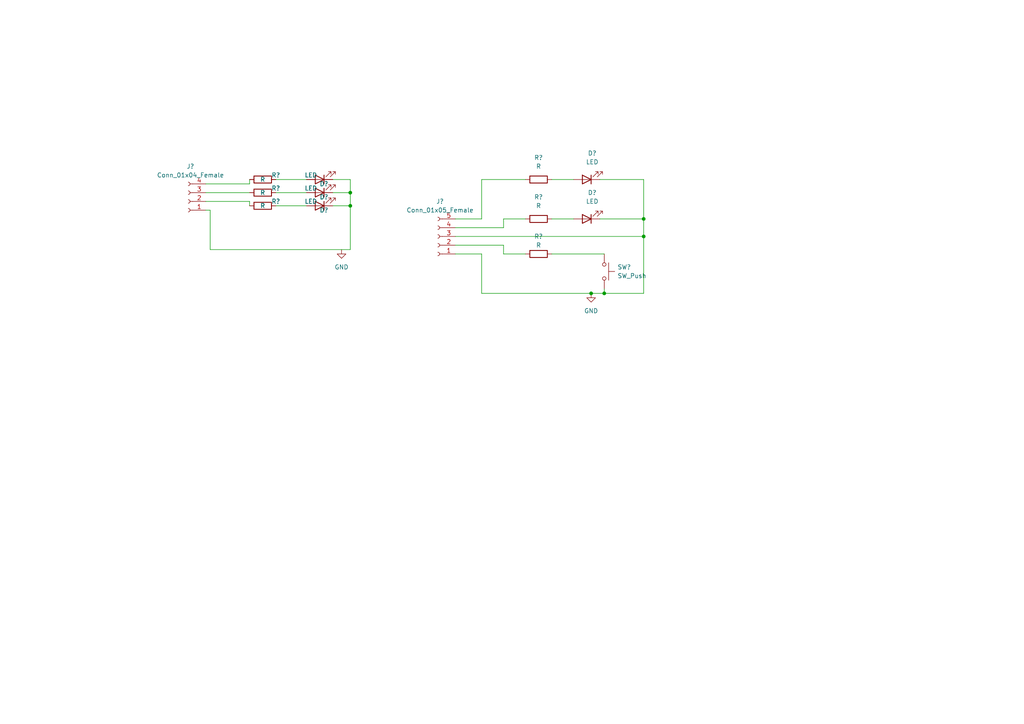
<source format=kicad_sch>
(kicad_sch (version 20211123) (generator eeschema)

  (uuid eb667eea-300e-4ca7-8a6f-4b00de80cd45)

  (paper "A4")

  (lib_symbols
    (symbol "Connector:Conn_01x04_Female" (pin_names (offset 1.016) hide) (in_bom yes) (on_board yes)
      (property "Reference" "J" (id 0) (at 0 5.08 0)
        (effects (font (size 1.27 1.27)))
      )
      (property "Value" "Conn_01x04_Female" (id 1) (at 0 -7.62 0)
        (effects (font (size 1.27 1.27)))
      )
      (property "Footprint" "" (id 2) (at 0 0 0)
        (effects (font (size 1.27 1.27)) hide)
      )
      (property "Datasheet" "~" (id 3) (at 0 0 0)
        (effects (font (size 1.27 1.27)) hide)
      )
      (property "ki_keywords" "connector" (id 4) (at 0 0 0)
        (effects (font (size 1.27 1.27)) hide)
      )
      (property "ki_description" "Generic connector, single row, 01x04, script generated (kicad-library-utils/schlib/autogen/connector/)" (id 5) (at 0 0 0)
        (effects (font (size 1.27 1.27)) hide)
      )
      (property "ki_fp_filters" "Connector*:*_1x??_*" (id 6) (at 0 0 0)
        (effects (font (size 1.27 1.27)) hide)
      )
      (symbol "Conn_01x04_Female_1_1"
        (arc (start 0 -4.572) (mid -0.508 -5.08) (end 0 -5.588)
          (stroke (width 0.1524) (type default) (color 0 0 0 0))
          (fill (type none))
        )
        (arc (start 0 -2.032) (mid -0.508 -2.54) (end 0 -3.048)
          (stroke (width 0.1524) (type default) (color 0 0 0 0))
          (fill (type none))
        )
        (polyline
          (pts
            (xy -1.27 -5.08)
            (xy -0.508 -5.08)
          )
          (stroke (width 0.1524) (type default) (color 0 0 0 0))
          (fill (type none))
        )
        (polyline
          (pts
            (xy -1.27 -2.54)
            (xy -0.508 -2.54)
          )
          (stroke (width 0.1524) (type default) (color 0 0 0 0))
          (fill (type none))
        )
        (polyline
          (pts
            (xy -1.27 0)
            (xy -0.508 0)
          )
          (stroke (width 0.1524) (type default) (color 0 0 0 0))
          (fill (type none))
        )
        (polyline
          (pts
            (xy -1.27 2.54)
            (xy -0.508 2.54)
          )
          (stroke (width 0.1524) (type default) (color 0 0 0 0))
          (fill (type none))
        )
        (arc (start 0 0.508) (mid -0.508 0) (end 0 -0.508)
          (stroke (width 0.1524) (type default) (color 0 0 0 0))
          (fill (type none))
        )
        (arc (start 0 3.048) (mid -0.508 2.54) (end 0 2.032)
          (stroke (width 0.1524) (type default) (color 0 0 0 0))
          (fill (type none))
        )
        (pin passive line (at -5.08 2.54 0) (length 3.81)
          (name "Pin_1" (effects (font (size 1.27 1.27))))
          (number "1" (effects (font (size 1.27 1.27))))
        )
        (pin passive line (at -5.08 0 0) (length 3.81)
          (name "Pin_2" (effects (font (size 1.27 1.27))))
          (number "2" (effects (font (size 1.27 1.27))))
        )
        (pin passive line (at -5.08 -2.54 0) (length 3.81)
          (name "Pin_3" (effects (font (size 1.27 1.27))))
          (number "3" (effects (font (size 1.27 1.27))))
        )
        (pin passive line (at -5.08 -5.08 0) (length 3.81)
          (name "Pin_4" (effects (font (size 1.27 1.27))))
          (number "4" (effects (font (size 1.27 1.27))))
        )
      )
    )
    (symbol "Connector:Conn_01x05_Female" (pin_names (offset 1.016) hide) (in_bom yes) (on_board yes)
      (property "Reference" "J" (id 0) (at 0 7.62 0)
        (effects (font (size 1.27 1.27)))
      )
      (property "Value" "Conn_01x05_Female" (id 1) (at 0 -7.62 0)
        (effects (font (size 1.27 1.27)))
      )
      (property "Footprint" "" (id 2) (at 0 0 0)
        (effects (font (size 1.27 1.27)) hide)
      )
      (property "Datasheet" "~" (id 3) (at 0 0 0)
        (effects (font (size 1.27 1.27)) hide)
      )
      (property "ki_keywords" "connector" (id 4) (at 0 0 0)
        (effects (font (size 1.27 1.27)) hide)
      )
      (property "ki_description" "Generic connector, single row, 01x05, script generated (kicad-library-utils/schlib/autogen/connector/)" (id 5) (at 0 0 0)
        (effects (font (size 1.27 1.27)) hide)
      )
      (property "ki_fp_filters" "Connector*:*_1x??_*" (id 6) (at 0 0 0)
        (effects (font (size 1.27 1.27)) hide)
      )
      (symbol "Conn_01x05_Female_1_1"
        (arc (start 0 -4.572) (mid -0.508 -5.08) (end 0 -5.588)
          (stroke (width 0.1524) (type default) (color 0 0 0 0))
          (fill (type none))
        )
        (arc (start 0 -2.032) (mid -0.508 -2.54) (end 0 -3.048)
          (stroke (width 0.1524) (type default) (color 0 0 0 0))
          (fill (type none))
        )
        (polyline
          (pts
            (xy -1.27 -5.08)
            (xy -0.508 -5.08)
          )
          (stroke (width 0.1524) (type default) (color 0 0 0 0))
          (fill (type none))
        )
        (polyline
          (pts
            (xy -1.27 -2.54)
            (xy -0.508 -2.54)
          )
          (stroke (width 0.1524) (type default) (color 0 0 0 0))
          (fill (type none))
        )
        (polyline
          (pts
            (xy -1.27 0)
            (xy -0.508 0)
          )
          (stroke (width 0.1524) (type default) (color 0 0 0 0))
          (fill (type none))
        )
        (polyline
          (pts
            (xy -1.27 2.54)
            (xy -0.508 2.54)
          )
          (stroke (width 0.1524) (type default) (color 0 0 0 0))
          (fill (type none))
        )
        (polyline
          (pts
            (xy -1.27 5.08)
            (xy -0.508 5.08)
          )
          (stroke (width 0.1524) (type default) (color 0 0 0 0))
          (fill (type none))
        )
        (arc (start 0 0.508) (mid -0.508 0) (end 0 -0.508)
          (stroke (width 0.1524) (type default) (color 0 0 0 0))
          (fill (type none))
        )
        (arc (start 0 3.048) (mid -0.508 2.54) (end 0 2.032)
          (stroke (width 0.1524) (type default) (color 0 0 0 0))
          (fill (type none))
        )
        (arc (start 0 5.588) (mid -0.508 5.08) (end 0 4.572)
          (stroke (width 0.1524) (type default) (color 0 0 0 0))
          (fill (type none))
        )
        (pin passive line (at -5.08 5.08 0) (length 3.81)
          (name "Pin_1" (effects (font (size 1.27 1.27))))
          (number "1" (effects (font (size 1.27 1.27))))
        )
        (pin passive line (at -5.08 2.54 0) (length 3.81)
          (name "Pin_2" (effects (font (size 1.27 1.27))))
          (number "2" (effects (font (size 1.27 1.27))))
        )
        (pin passive line (at -5.08 0 0) (length 3.81)
          (name "Pin_3" (effects (font (size 1.27 1.27))))
          (number "3" (effects (font (size 1.27 1.27))))
        )
        (pin passive line (at -5.08 -2.54 0) (length 3.81)
          (name "Pin_4" (effects (font (size 1.27 1.27))))
          (number "4" (effects (font (size 1.27 1.27))))
        )
        (pin passive line (at -5.08 -5.08 0) (length 3.81)
          (name "Pin_5" (effects (font (size 1.27 1.27))))
          (number "5" (effects (font (size 1.27 1.27))))
        )
      )
    )
    (symbol "Device:LED" (pin_numbers hide) (pin_names (offset 1.016) hide) (in_bom yes) (on_board yes)
      (property "Reference" "D" (id 0) (at 0 2.54 0)
        (effects (font (size 1.27 1.27)))
      )
      (property "Value" "LED" (id 1) (at 0 -2.54 0)
        (effects (font (size 1.27 1.27)))
      )
      (property "Footprint" "" (id 2) (at 0 0 0)
        (effects (font (size 1.27 1.27)) hide)
      )
      (property "Datasheet" "~" (id 3) (at 0 0 0)
        (effects (font (size 1.27 1.27)) hide)
      )
      (property "ki_keywords" "LED diode" (id 4) (at 0 0 0)
        (effects (font (size 1.27 1.27)) hide)
      )
      (property "ki_description" "Light emitting diode" (id 5) (at 0 0 0)
        (effects (font (size 1.27 1.27)) hide)
      )
      (property "ki_fp_filters" "LED* LED_SMD:* LED_THT:*" (id 6) (at 0 0 0)
        (effects (font (size 1.27 1.27)) hide)
      )
      (symbol "LED_0_1"
        (polyline
          (pts
            (xy -1.27 -1.27)
            (xy -1.27 1.27)
          )
          (stroke (width 0.254) (type default) (color 0 0 0 0))
          (fill (type none))
        )
        (polyline
          (pts
            (xy -1.27 0)
            (xy 1.27 0)
          )
          (stroke (width 0) (type default) (color 0 0 0 0))
          (fill (type none))
        )
        (polyline
          (pts
            (xy 1.27 -1.27)
            (xy 1.27 1.27)
            (xy -1.27 0)
            (xy 1.27 -1.27)
          )
          (stroke (width 0.254) (type default) (color 0 0 0 0))
          (fill (type none))
        )
        (polyline
          (pts
            (xy -3.048 -0.762)
            (xy -4.572 -2.286)
            (xy -3.81 -2.286)
            (xy -4.572 -2.286)
            (xy -4.572 -1.524)
          )
          (stroke (width 0) (type default) (color 0 0 0 0))
          (fill (type none))
        )
        (polyline
          (pts
            (xy -1.778 -0.762)
            (xy -3.302 -2.286)
            (xy -2.54 -2.286)
            (xy -3.302 -2.286)
            (xy -3.302 -1.524)
          )
          (stroke (width 0) (type default) (color 0 0 0 0))
          (fill (type none))
        )
      )
      (symbol "LED_1_1"
        (pin passive line (at -3.81 0 0) (length 2.54)
          (name "K" (effects (font (size 1.27 1.27))))
          (number "1" (effects (font (size 1.27 1.27))))
        )
        (pin passive line (at 3.81 0 180) (length 2.54)
          (name "A" (effects (font (size 1.27 1.27))))
          (number "2" (effects (font (size 1.27 1.27))))
        )
      )
    )
    (symbol "Device:R" (pin_numbers hide) (pin_names (offset 0)) (in_bom yes) (on_board yes)
      (property "Reference" "R" (id 0) (at 2.032 0 90)
        (effects (font (size 1.27 1.27)))
      )
      (property "Value" "R" (id 1) (at 0 0 90)
        (effects (font (size 1.27 1.27)))
      )
      (property "Footprint" "" (id 2) (at -1.778 0 90)
        (effects (font (size 1.27 1.27)) hide)
      )
      (property "Datasheet" "~" (id 3) (at 0 0 0)
        (effects (font (size 1.27 1.27)) hide)
      )
      (property "ki_keywords" "R res resistor" (id 4) (at 0 0 0)
        (effects (font (size 1.27 1.27)) hide)
      )
      (property "ki_description" "Resistor" (id 5) (at 0 0 0)
        (effects (font (size 1.27 1.27)) hide)
      )
      (property "ki_fp_filters" "R_*" (id 6) (at 0 0 0)
        (effects (font (size 1.27 1.27)) hide)
      )
      (symbol "R_0_1"
        (rectangle (start -1.016 -2.54) (end 1.016 2.54)
          (stroke (width 0.254) (type default) (color 0 0 0 0))
          (fill (type none))
        )
      )
      (symbol "R_1_1"
        (pin passive line (at 0 3.81 270) (length 1.27)
          (name "~" (effects (font (size 1.27 1.27))))
          (number "1" (effects (font (size 1.27 1.27))))
        )
        (pin passive line (at 0 -3.81 90) (length 1.27)
          (name "~" (effects (font (size 1.27 1.27))))
          (number "2" (effects (font (size 1.27 1.27))))
        )
      )
    )
    (symbol "Switch:SW_Push" (pin_numbers hide) (pin_names (offset 1.016) hide) (in_bom yes) (on_board yes)
      (property "Reference" "SW" (id 0) (at 1.27 2.54 0)
        (effects (font (size 1.27 1.27)) (justify left))
      )
      (property "Value" "SW_Push" (id 1) (at 0 -1.524 0)
        (effects (font (size 1.27 1.27)))
      )
      (property "Footprint" "" (id 2) (at 0 5.08 0)
        (effects (font (size 1.27 1.27)) hide)
      )
      (property "Datasheet" "~" (id 3) (at 0 5.08 0)
        (effects (font (size 1.27 1.27)) hide)
      )
      (property "ki_keywords" "switch normally-open pushbutton push-button" (id 4) (at 0 0 0)
        (effects (font (size 1.27 1.27)) hide)
      )
      (property "ki_description" "Push button switch, generic, two pins" (id 5) (at 0 0 0)
        (effects (font (size 1.27 1.27)) hide)
      )
      (symbol "SW_Push_0_1"
        (circle (center -2.032 0) (radius 0.508)
          (stroke (width 0) (type default) (color 0 0 0 0))
          (fill (type none))
        )
        (polyline
          (pts
            (xy 0 1.27)
            (xy 0 3.048)
          )
          (stroke (width 0) (type default) (color 0 0 0 0))
          (fill (type none))
        )
        (polyline
          (pts
            (xy 2.54 1.27)
            (xy -2.54 1.27)
          )
          (stroke (width 0) (type default) (color 0 0 0 0))
          (fill (type none))
        )
        (circle (center 2.032 0) (radius 0.508)
          (stroke (width 0) (type default) (color 0 0 0 0))
          (fill (type none))
        )
        (pin passive line (at -5.08 0 0) (length 2.54)
          (name "1" (effects (font (size 1.27 1.27))))
          (number "1" (effects (font (size 1.27 1.27))))
        )
        (pin passive line (at 5.08 0 180) (length 2.54)
          (name "2" (effects (font (size 1.27 1.27))))
          (number "2" (effects (font (size 1.27 1.27))))
        )
      )
    )
    (symbol "power:GND" (power) (pin_names (offset 0)) (in_bom yes) (on_board yes)
      (property "Reference" "#PWR" (id 0) (at 0 -6.35 0)
        (effects (font (size 1.27 1.27)) hide)
      )
      (property "Value" "GND" (id 1) (at 0 -3.81 0)
        (effects (font (size 1.27 1.27)))
      )
      (property "Footprint" "" (id 2) (at 0 0 0)
        (effects (font (size 1.27 1.27)) hide)
      )
      (property "Datasheet" "" (id 3) (at 0 0 0)
        (effects (font (size 1.27 1.27)) hide)
      )
      (property "ki_keywords" "power-flag" (id 4) (at 0 0 0)
        (effects (font (size 1.27 1.27)) hide)
      )
      (property "ki_description" "Power symbol creates a global label with name \"GND\" , ground" (id 5) (at 0 0 0)
        (effects (font (size 1.27 1.27)) hide)
      )
      (symbol "GND_0_1"
        (polyline
          (pts
            (xy 0 0)
            (xy 0 -1.27)
            (xy 1.27 -1.27)
            (xy 0 -2.54)
            (xy -1.27 -1.27)
            (xy 0 -1.27)
          )
          (stroke (width 0) (type default) (color 0 0 0 0))
          (fill (type none))
        )
      )
      (symbol "GND_1_1"
        (pin power_in line (at 0 0 270) (length 0) hide
          (name "GND" (effects (font (size 1.27 1.27))))
          (number "1" (effects (font (size 1.27 1.27))))
        )
      )
    )
  )

  (junction (at 186.69 63.5) (diameter 0) (color 0 0 0 0)
    (uuid 1d10d51b-5778-4d01-b497-7ae35c09aa2b)
  )
  (junction (at 186.69 68.58) (diameter 0) (color 0 0 0 0)
    (uuid 2aec56ab-1c72-40d8-ab0e-a2380c2f6c7a)
  )
  (junction (at 171.45 85.09) (diameter 0) (color 0 0 0 0)
    (uuid ae08a163-f8b1-46a1-9d8e-f8884598ef40)
  )
  (junction (at 175.26 85.09) (diameter 0) (color 0 0 0 0)
    (uuid ae49903a-9d6d-4bcf-8377-a0e3a858f417)
  )
  (junction (at 101.6 59.69) (diameter 0) (color 0 0 0 0)
    (uuid fce757f0-707e-4a92-9cdc-645159fe4b93)
  )
  (junction (at 101.6 55.88) (diameter 0) (color 0 0 0 0)
    (uuid fde97225-e327-4f0d-a0d0-ae491822da36)
  )

  (wire (pts (xy 146.05 71.12) (xy 132.08 71.12))
    (stroke (width 0) (type default) (color 0 0 0 0))
    (uuid 03a677f9-925d-4073-87c0-eb9cb9ff5848)
  )
  (wire (pts (xy 59.69 58.42) (xy 72.39 58.42))
    (stroke (width 0) (type default) (color 0 0 0 0))
    (uuid 05731090-92c1-41d9-8018-be9864f0ab9a)
  )
  (wire (pts (xy 152.4 73.66) (xy 146.05 73.66))
    (stroke (width 0) (type default) (color 0 0 0 0))
    (uuid 1359066b-d672-4219-a82f-e4337f2320b1)
  )
  (wire (pts (xy 139.7 52.07) (xy 152.4 52.07))
    (stroke (width 0) (type default) (color 0 0 0 0))
    (uuid 136447d1-66ad-424a-80a2-811ff769537b)
  )
  (wire (pts (xy 139.7 73.66) (xy 139.7 85.09))
    (stroke (width 0) (type default) (color 0 0 0 0))
    (uuid 16e43731-a084-4397-be4d-3924b9091d67)
  )
  (wire (pts (xy 80.01 59.69) (xy 88.9 59.69))
    (stroke (width 0) (type default) (color 0 0 0 0))
    (uuid 17e880b1-271c-4cec-8d9b-beeeb30a1b89)
  )
  (wire (pts (xy 59.69 53.34) (xy 72.39 53.34))
    (stroke (width 0) (type default) (color 0 0 0 0))
    (uuid 1d0106e4-93a0-484c-b492-7593dc9b77bd)
  )
  (wire (pts (xy 175.26 85.09) (xy 186.69 85.09))
    (stroke (width 0) (type default) (color 0 0 0 0))
    (uuid 33cb573f-6fab-4242-b353-bdb03e807471)
  )
  (wire (pts (xy 132.08 68.58) (xy 186.69 68.58))
    (stroke (width 0) (type default) (color 0 0 0 0))
    (uuid 3d6e0d4b-04ee-4a6d-acbf-5035627528c0)
  )
  (wire (pts (xy 160.02 63.5) (xy 166.37 63.5))
    (stroke (width 0) (type default) (color 0 0 0 0))
    (uuid 47291c9b-4566-4d60-8f07-1dcecbe69766)
  )
  (wire (pts (xy 80.01 55.88) (xy 88.9 55.88))
    (stroke (width 0) (type default) (color 0 0 0 0))
    (uuid 47b96755-77b4-4d1f-b7c7-e83301b841d7)
  )
  (wire (pts (xy 132.08 63.5) (xy 139.7 63.5))
    (stroke (width 0) (type default) (color 0 0 0 0))
    (uuid 4bc9af10-7410-4852-88e0-29f0f8e5a782)
  )
  (wire (pts (xy 186.69 52.07) (xy 186.69 63.5))
    (stroke (width 0) (type default) (color 0 0 0 0))
    (uuid 4fcde239-ce13-458e-ba77-64e46beec488)
  )
  (wire (pts (xy 171.45 85.09) (xy 175.26 85.09))
    (stroke (width 0) (type default) (color 0 0 0 0))
    (uuid 630da127-ef37-44ef-a4d1-57c9ac00ee94)
  )
  (wire (pts (xy 186.69 63.5) (xy 186.69 68.58))
    (stroke (width 0) (type default) (color 0 0 0 0))
    (uuid 63c3a1b9-d6dc-4d87-820f-b90561f1f3c1)
  )
  (wire (pts (xy 139.7 85.09) (xy 171.45 85.09))
    (stroke (width 0) (type default) (color 0 0 0 0))
    (uuid 69907e67-6106-4d3c-afdd-92924b7cb79d)
  )
  (wire (pts (xy 72.39 59.69) (xy 72.39 58.42))
    (stroke (width 0) (type default) (color 0 0 0 0))
    (uuid 6bf5f28b-59ba-4494-a030-be79a035c0e4)
  )
  (wire (pts (xy 146.05 73.66) (xy 146.05 71.12))
    (stroke (width 0) (type default) (color 0 0 0 0))
    (uuid 6e986778-1963-425f-b654-15e6a452d4c0)
  )
  (wire (pts (xy 173.99 63.5) (xy 186.69 63.5))
    (stroke (width 0) (type default) (color 0 0 0 0))
    (uuid 6fad7d3b-468a-48b9-b7ac-08e65c86a7ed)
  )
  (wire (pts (xy 101.6 72.39) (xy 60.96 72.39))
    (stroke (width 0) (type default) (color 0 0 0 0))
    (uuid 70650231-3657-458f-9f48-741b42421c7d)
  )
  (wire (pts (xy 160.02 52.07) (xy 166.37 52.07))
    (stroke (width 0) (type default) (color 0 0 0 0))
    (uuid 7162c8e3-8631-468a-ba3b-bb729a75def5)
  )
  (wire (pts (xy 173.99 52.07) (xy 186.69 52.07))
    (stroke (width 0) (type default) (color 0 0 0 0))
    (uuid 84d53a31-60b9-45b0-810f-f584c3df8e91)
  )
  (wire (pts (xy 175.26 83.82) (xy 175.26 85.09))
    (stroke (width 0) (type default) (color 0 0 0 0))
    (uuid 869ed46c-411f-4173-a307-93bad7951b22)
  )
  (wire (pts (xy 146.05 63.5) (xy 146.05 66.04))
    (stroke (width 0) (type default) (color 0 0 0 0))
    (uuid 8d481383-5d25-4ace-b676-d324f6d4dc46)
  )
  (wire (pts (xy 59.69 55.88) (xy 72.39 55.88))
    (stroke (width 0) (type default) (color 0 0 0 0))
    (uuid 8f0e955c-8ec0-431e-bdca-da5e3a34cd99)
  )
  (wire (pts (xy 72.39 53.34) (xy 72.39 52.07))
    (stroke (width 0) (type default) (color 0 0 0 0))
    (uuid 912a3b29-3615-485b-98ca-b5aa94a760f2)
  )
  (wire (pts (xy 146.05 66.04) (xy 132.08 66.04))
    (stroke (width 0) (type default) (color 0 0 0 0))
    (uuid 974acc20-2014-498e-9d41-c2393ec88c34)
  )
  (wire (pts (xy 96.52 52.07) (xy 101.6 52.07))
    (stroke (width 0) (type default) (color 0 0 0 0))
    (uuid 99259dcc-cbc7-402d-975a-bcb5d85ebd09)
  )
  (wire (pts (xy 80.01 52.07) (xy 88.9 52.07))
    (stroke (width 0) (type default) (color 0 0 0 0))
    (uuid a00f9e98-b300-4f39-b0dd-902486534d4e)
  )
  (wire (pts (xy 101.6 59.69) (xy 101.6 72.39))
    (stroke (width 0) (type default) (color 0 0 0 0))
    (uuid ab6ab0db-09cc-407d-956c-d4e570b717d6)
  )
  (wire (pts (xy 96.52 55.88) (xy 101.6 55.88))
    (stroke (width 0) (type default) (color 0 0 0 0))
    (uuid bd77f63c-15a3-475d-b4fb-e3bf49c605ab)
  )
  (wire (pts (xy 146.05 63.5) (xy 152.4 63.5))
    (stroke (width 0) (type default) (color 0 0 0 0))
    (uuid ccd6cf5b-1b7f-4eaf-b1ab-1d9908a503ef)
  )
  (wire (pts (xy 101.6 55.88) (xy 101.6 59.69))
    (stroke (width 0) (type default) (color 0 0 0 0))
    (uuid cf99f970-43e4-4767-a02a-b896d20db8c0)
  )
  (wire (pts (xy 160.02 73.66) (xy 175.26 73.66))
    (stroke (width 0) (type default) (color 0 0 0 0))
    (uuid cfa44890-796b-4931-94c5-292aa7bcf70e)
  )
  (wire (pts (xy 60.96 72.39) (xy 60.96 60.96))
    (stroke (width 0) (type default) (color 0 0 0 0))
    (uuid d42847ad-990a-4200-934d-4d556b925193)
  )
  (wire (pts (xy 139.7 52.07) (xy 139.7 63.5))
    (stroke (width 0) (type default) (color 0 0 0 0))
    (uuid d5331cc8-c2e3-490b-9695-bd5135d91a66)
  )
  (wire (pts (xy 96.52 59.69) (xy 101.6 59.69))
    (stroke (width 0) (type default) (color 0 0 0 0))
    (uuid dc55d78e-22c3-41d4-aaeb-836abebfb36e)
  )
  (wire (pts (xy 101.6 52.07) (xy 101.6 55.88))
    (stroke (width 0) (type default) (color 0 0 0 0))
    (uuid e96b56b6-e980-404e-904c-094b01fd6eef)
  )
  (wire (pts (xy 60.96 60.96) (xy 59.69 60.96))
    (stroke (width 0) (type default) (color 0 0 0 0))
    (uuid e99c2bb4-7a57-4e26-8d0c-400dab99a963)
  )
  (wire (pts (xy 186.69 68.58) (xy 186.69 85.09))
    (stroke (width 0) (type default) (color 0 0 0 0))
    (uuid ee9090a1-ec3a-4ad4-a83b-c5822b50e88a)
  )
  (wire (pts (xy 132.08 73.66) (xy 139.7 73.66))
    (stroke (width 0) (type default) (color 0 0 0 0))
    (uuid f0c4b84b-8188-4aee-9f93-abe56f389c3c)
  )

  (symbol (lib_id "Device:R") (at 76.2 59.69 90) (unit 1)
    (in_bom yes) (on_board yes)
    (uuid 019d3651-b04b-45d0-868f-186c00dc35e3)
    (property "Reference" "R?" (id 0) (at 80.01 58.42 90))
    (property "Value" "R" (id 1) (at 76.2 55.88 90))
    (property "Footprint" "Resistor_THT:R_Axial_DIN0309_L9.0mm_D3.2mm_P15.24mm_Horizontal" (id 2) (at 76.2 61.468 90)
      (effects (font (size 1.27 1.27)) hide)
    )
    (property "Datasheet" "~" (id 3) (at 76.2 59.69 0)
      (effects (font (size 1.27 1.27)) hide)
    )
    (pin "1" (uuid 3049a36c-be0a-4fc7-bd64-4ffd28f45fff))
    (pin "2" (uuid 5930e06c-d2dc-471e-8fdd-5e8f3983831f))
  )

  (symbol (lib_id "Device:LED") (at 92.71 52.07 180) (unit 1)
    (in_bom yes) (on_board yes)
    (uuid 0c366578-66d9-4255-905b-b34ebcfb22ac)
    (property "Reference" "D?" (id 0) (at 93.98 53.34 0))
    (property "Value" "LED" (id 1) (at 90.17 50.8 0))
    (property "Footprint" "LED_THT:LED_D5.0mm" (id 2) (at 92.71 52.07 0)
      (effects (font (size 1.27 1.27)) hide)
    )
    (property "Datasheet" "~" (id 3) (at 92.71 52.07 0)
      (effects (font (size 1.27 1.27)) hide)
    )
    (pin "1" (uuid 357a7273-4727-4a16-95cd-13a54722bc4c))
    (pin "2" (uuid f76bf4cb-4dd4-4a42-9128-d3ab35959241))
  )

  (symbol (lib_id "Device:R") (at 76.2 55.88 90) (unit 1)
    (in_bom yes) (on_board yes)
    (uuid 22ecb7a5-dc08-4d51-9f10-32899809ad6c)
    (property "Reference" "R?" (id 0) (at 80.01 54.61 90))
    (property "Value" "R" (id 1) (at 76.2 52.07 90))
    (property "Footprint" "Resistor_THT:R_Axial_DIN0309_L9.0mm_D3.2mm_P15.24mm_Horizontal" (id 2) (at 76.2 57.658 90)
      (effects (font (size 1.27 1.27)) hide)
    )
    (property "Datasheet" "~" (id 3) (at 76.2 55.88 0)
      (effects (font (size 1.27 1.27)) hide)
    )
    (pin "1" (uuid 47e36984-ccc0-4b69-b1d7-b6a087efa6e8))
    (pin "2" (uuid 03a867e3-5c81-4dbb-a3bb-3358df14639a))
  )

  (symbol (lib_id "Device:R") (at 156.21 63.5 90) (unit 1)
    (in_bom yes) (on_board yes) (fields_autoplaced)
    (uuid 2a45bdd8-9d73-411e-9380-2750f72a7908)
    (property "Reference" "R?" (id 0) (at 156.21 57.15 90))
    (property "Value" "R" (id 1) (at 156.21 59.69 90))
    (property "Footprint" "Resistor_THT:R_Axial_DIN0309_L9.0mm_D3.2mm_P15.24mm_Horizontal" (id 2) (at 156.21 65.278 90)
      (effects (font (size 1.27 1.27)) hide)
    )
    (property "Datasheet" "~" (id 3) (at 156.21 63.5 0)
      (effects (font (size 1.27 1.27)) hide)
    )
    (pin "1" (uuid 7b73e7ec-3a7c-4588-a8e4-2cd8e01c70c0))
    (pin "2" (uuid 24912925-28cc-46df-9636-6101587729dc))
  )

  (symbol (lib_id "Device:R") (at 156.21 73.66 90) (unit 1)
    (in_bom yes) (on_board yes)
    (uuid 2f0bd756-1b03-41fd-860a-ec6ed1295924)
    (property "Reference" "R?" (id 0) (at 156.21 68.58 90))
    (property "Value" "R" (id 1) (at 156.21 71.12 90))
    (property "Footprint" "Resistor_THT:R_Axial_DIN0309_L9.0mm_D3.2mm_P15.24mm_Horizontal" (id 2) (at 156.21 75.438 90)
      (effects (font (size 1.27 1.27)) hide)
    )
    (property "Datasheet" "~" (id 3) (at 156.21 73.66 0)
      (effects (font (size 1.27 1.27)) hide)
    )
    (pin "1" (uuid bddc75e7-8a3e-4709-88ae-f43355cf81f7))
    (pin "2" (uuid 7589d192-14b3-4825-bc78-481261d01f86))
  )

  (symbol (lib_id "Connector:Conn_01x05_Female") (at 127 68.58 180) (unit 1)
    (in_bom yes) (on_board yes) (fields_autoplaced)
    (uuid 38ae9a69-f477-4e4c-aa26-807b938a237e)
    (property "Reference" "J?" (id 0) (at 127.635 58.42 0))
    (property "Value" "Conn_01x05_Female" (id 1) (at 127.635 60.96 0))
    (property "Footprint" "" (id 2) (at 127 68.58 0)
      (effects (font (size 1.27 1.27)) hide)
    )
    (property "Datasheet" "~" (id 3) (at 127 68.58 0)
      (effects (font (size 1.27 1.27)) hide)
    )
    (pin "1" (uuid a1c3aedd-85c9-4502-8e0c-a7133ea5d8df))
    (pin "2" (uuid a4762b32-c695-44a4-af80-94b6be6ab7dc))
    (pin "3" (uuid c7e2726c-41cf-497b-a003-9e40170ddc5c))
    (pin "4" (uuid 6bd57356-25b0-4e2e-b723-97a13e250d14))
    (pin "5" (uuid c5127da9-6d8d-40a6-81cf-9da9abdc7adf))
  )

  (symbol (lib_id "Device:R") (at 76.2 52.07 90) (unit 1)
    (in_bom yes) (on_board yes)
    (uuid 3a1a39fc-8030-4c93-9d9c-d79ba6824099)
    (property "Reference" "R?" (id 0) (at 80.01 50.8 90))
    (property "Value" "R" (id 1) (at 76.2 59.69 90))
    (property "Footprint" "Resistor_THT:R_Axial_DIN0309_L9.0mm_D3.2mm_P15.24mm_Horizontal" (id 2) (at 76.2 53.848 90)
      (effects (font (size 1.27 1.27)) hide)
    )
    (property "Datasheet" "~" (id 3) (at 76.2 52.07 0)
      (effects (font (size 1.27 1.27)) hide)
    )
    (pin "1" (uuid 272c2a78-b5f5-4b61-aed3-ec69e0e92729))
    (pin "2" (uuid a3fab380-991d-404b-95d5-1c209b047b6e))
  )

  (symbol (lib_id "Device:LED") (at 170.18 63.5 180) (unit 1)
    (in_bom yes) (on_board yes) (fields_autoplaced)
    (uuid 3f2a31ea-2861-4924-90ae-3cf6d805890f)
    (property "Reference" "D?" (id 0) (at 171.7675 55.88 0))
    (property "Value" "LED" (id 1) (at 171.7675 58.42 0))
    (property "Footprint" "LED_THT:LED_D5.0mm" (id 2) (at 170.18 63.5 0)
      (effects (font (size 1.27 1.27)) hide)
    )
    (property "Datasheet" "~" (id 3) (at 170.18 63.5 0)
      (effects (font (size 1.27 1.27)) hide)
    )
    (pin "1" (uuid 9811f532-fd2c-481d-89e5-8568520600f6))
    (pin "2" (uuid 98a0ac62-c1fa-4e37-a745-877b5c442d9b))
  )

  (symbol (lib_id "Device:LED") (at 170.18 52.07 180) (unit 1)
    (in_bom yes) (on_board yes) (fields_autoplaced)
    (uuid 4a0dfbab-ce09-4e43-9cc7-b70e1c2902e7)
    (property "Reference" "D?" (id 0) (at 171.7675 44.45 0))
    (property "Value" "LED" (id 1) (at 171.7675 46.99 0))
    (property "Footprint" "LED_THT:LED_D5.0mm" (id 2) (at 170.18 52.07 0)
      (effects (font (size 1.27 1.27)) hide)
    )
    (property "Datasheet" "~" (id 3) (at 170.18 52.07 0)
      (effects (font (size 1.27 1.27)) hide)
    )
    (pin "1" (uuid d08f69fb-6d4d-4e3e-a8cf-e31cd3024fb5))
    (pin "2" (uuid 6b3eff3d-34b6-486f-b879-a7cf7f294c70))
  )

  (symbol (lib_id "Device:R") (at 156.21 52.07 90) (unit 1)
    (in_bom yes) (on_board yes) (fields_autoplaced)
    (uuid 67a92bfc-d287-42b8-9a92-107baa759573)
    (property "Reference" "R?" (id 0) (at 156.21 45.72 90))
    (property "Value" "R" (id 1) (at 156.21 48.26 90))
    (property "Footprint" "Resistor_THT:R_Axial_DIN0309_L9.0mm_D3.2mm_P15.24mm_Horizontal" (id 2) (at 156.21 53.848 90)
      (effects (font (size 1.27 1.27)) hide)
    )
    (property "Datasheet" "~" (id 3) (at 156.21 52.07 0)
      (effects (font (size 1.27 1.27)) hide)
    )
    (pin "1" (uuid b7f72fd1-a120-4061-8768-cdf0233f123b))
    (pin "2" (uuid 7d329339-c275-43da-88e5-137ba7fc8af7))
  )

  (symbol (lib_id "power:GND") (at 171.45 85.09 0) (unit 1)
    (in_bom yes) (on_board yes) (fields_autoplaced)
    (uuid 82801f85-f53d-4a63-8cff-c1aa3b5a8eb5)
    (property "Reference" "#PWR?" (id 0) (at 171.45 91.44 0)
      (effects (font (size 1.27 1.27)) hide)
    )
    (property "Value" "GND" (id 1) (at 171.45 90.17 0))
    (property "Footprint" "" (id 2) (at 171.45 85.09 0)
      (effects (font (size 1.27 1.27)) hide)
    )
    (property "Datasheet" "" (id 3) (at 171.45 85.09 0)
      (effects (font (size 1.27 1.27)) hide)
    )
    (pin "1" (uuid 0a22bfa7-3a52-4ca4-9931-c10343ddeb3d))
  )

  (symbol (lib_id "power:GND") (at 99.06 72.39 0) (unit 1)
    (in_bom yes) (on_board yes) (fields_autoplaced)
    (uuid 8f7fce58-6ac0-4a94-9aa6-fe55389a5902)
    (property "Reference" "#PWR?" (id 0) (at 99.06 78.74 0)
      (effects (font (size 1.27 1.27)) hide)
    )
    (property "Value" "GND" (id 1) (at 99.06 77.47 0))
    (property "Footprint" "" (id 2) (at 99.06 72.39 0)
      (effects (font (size 1.27 1.27)) hide)
    )
    (property "Datasheet" "" (id 3) (at 99.06 72.39 0)
      (effects (font (size 1.27 1.27)) hide)
    )
    (pin "1" (uuid a54f2c6e-e96e-477d-9066-5e3c0953d0db))
  )

  (symbol (lib_id "Device:LED") (at 92.71 55.88 180) (unit 1)
    (in_bom yes) (on_board yes)
    (uuid 947145cd-6b08-4a6c-bc2a-1dac4bf3857a)
    (property "Reference" "D?" (id 0) (at 93.98 57.15 0))
    (property "Value" "LED" (id 1) (at 90.17 54.61 0))
    (property "Footprint" "LED_THT:LED_D5.0mm" (id 2) (at 92.71 55.88 0)
      (effects (font (size 1.27 1.27)) hide)
    )
    (property "Datasheet" "~" (id 3) (at 92.71 55.88 0)
      (effects (font (size 1.27 1.27)) hide)
    )
    (pin "1" (uuid 240af122-7742-436b-95a3-79bce3be3c42))
    (pin "2" (uuid 8aa98c19-ed4c-410c-b388-0dec12168b19))
  )

  (symbol (lib_id "Connector:Conn_01x04_Female") (at 54.61 58.42 180) (unit 1)
    (in_bom yes) (on_board yes) (fields_autoplaced)
    (uuid a779b881-d5ab-4f9b-b7aa-93b03a937799)
    (property "Reference" "J?" (id 0) (at 55.245 48.26 0))
    (property "Value" "Conn_01x04_Female" (id 1) (at 55.245 50.8 0))
    (property "Footprint" "Connector_PinHeader_2.54mm:PinHeader_1x04_P2.54mm_Vertical" (id 2) (at 54.61 58.42 0)
      (effects (font (size 1.27 1.27)) hide)
    )
    (property "Datasheet" "~" (id 3) (at 54.61 58.42 0)
      (effects (font (size 1.27 1.27)) hide)
    )
    (pin "1" (uuid 59e21a32-7102-4054-b5d8-b70830be32fb))
    (pin "2" (uuid 810cde75-0428-47ef-b9f0-b0cafa144f5e))
    (pin "3" (uuid 52205071-0036-4267-89f3-313b73ca92a0))
    (pin "4" (uuid 540fcbf1-1a0c-4964-9389-bacd0100da53))
  )

  (symbol (lib_id "Device:LED") (at 92.71 59.69 180) (unit 1)
    (in_bom yes) (on_board yes)
    (uuid b17dc3ba-b6c2-441d-923c-8e9e359300be)
    (property "Reference" "D?" (id 0) (at 93.98 60.96 0))
    (property "Value" "LED" (id 1) (at 90.17 58.42 0))
    (property "Footprint" "LED_THT:LED_D5.0mm" (id 2) (at 92.71 59.69 0)
      (effects (font (size 1.27 1.27)) hide)
    )
    (property "Datasheet" "~" (id 3) (at 92.71 59.69 0)
      (effects (font (size 1.27 1.27)) hide)
    )
    (pin "1" (uuid 505a33df-d18d-42f5-b21a-0d35edec1115))
    (pin "2" (uuid ac33d4ae-6cf8-443e-a0ba-e1364b8b2396))
  )

  (symbol (lib_id "Switch:SW_Push") (at 175.26 78.74 270) (unit 1)
    (in_bom yes) (on_board yes) (fields_autoplaced)
    (uuid d7d4f9b8-2da0-4fad-9c3e-e2ba9396b08c)
    (property "Reference" "SW?" (id 0) (at 179.07 77.4699 90)
      (effects (font (size 1.27 1.27)) (justify left))
    )
    (property "Value" "SW_Push" (id 1) (at 179.07 80.0099 90)
      (effects (font (size 1.27 1.27)) (justify left))
    )
    (property "Footprint" "Button_Switch_THT:SW_PUSH_6mm_H5mm" (id 2) (at 180.34 78.74 0)
      (effects (font (size 1.27 1.27)) hide)
    )
    (property "Datasheet" "~" (id 3) (at 180.34 78.74 0)
      (effects (font (size 1.27 1.27)) hide)
    )
    (pin "1" (uuid 0c1b2c62-e813-40f4-aa9f-a6318a69059c))
    (pin "2" (uuid 6078cfae-6c12-43fc-889b-59baef9b3698))
  )

  (sheet_instances
    (path "/" (page "1"))
  )

  (symbol_instances
    (path "/82801f85-f53d-4a63-8cff-c1aa3b5a8eb5"
      (reference "#PWR?") (unit 1) (value "GND") (footprint "")
    )
    (path "/8f7fce58-6ac0-4a94-9aa6-fe55389a5902"
      (reference "#PWR?") (unit 1) (value "GND") (footprint "")
    )
    (path "/0c366578-66d9-4255-905b-b34ebcfb22ac"
      (reference "D?") (unit 1) (value "LED") (footprint "LED_THT:LED_D5.0mm")
    )
    (path "/3f2a31ea-2861-4924-90ae-3cf6d805890f"
      (reference "D?") (unit 1) (value "LED") (footprint "LED_THT:LED_D5.0mm")
    )
    (path "/4a0dfbab-ce09-4e43-9cc7-b70e1c2902e7"
      (reference "D?") (unit 1) (value "LED") (footprint "LED_THT:LED_D5.0mm")
    )
    (path "/947145cd-6b08-4a6c-bc2a-1dac4bf3857a"
      (reference "D?") (unit 1) (value "LED") (footprint "LED_THT:LED_D5.0mm")
    )
    (path "/b17dc3ba-b6c2-441d-923c-8e9e359300be"
      (reference "D?") (unit 1) (value "LED") (footprint "LED_THT:LED_D5.0mm")
    )
    (path "/38ae9a69-f477-4e4c-aa26-807b938a237e"
      (reference "J?") (unit 1) (value "Conn_01x05_Female") (footprint "")
    )
    (path "/a779b881-d5ab-4f9b-b7aa-93b03a937799"
      (reference "J?") (unit 1) (value "Conn_01x04_Female") (footprint "Connector_PinHeader_2.54mm:PinHeader_1x04_P2.54mm_Vertical")
    )
    (path "/019d3651-b04b-45d0-868f-186c00dc35e3"
      (reference "R?") (unit 1) (value "R") (footprint "Resistor_THT:R_Axial_DIN0309_L9.0mm_D3.2mm_P15.24mm_Horizontal")
    )
    (path "/22ecb7a5-dc08-4d51-9f10-32899809ad6c"
      (reference "R?") (unit 1) (value "R") (footprint "Resistor_THT:R_Axial_DIN0309_L9.0mm_D3.2mm_P15.24mm_Horizontal")
    )
    (path "/2a45bdd8-9d73-411e-9380-2750f72a7908"
      (reference "R?") (unit 1) (value "R") (footprint "Resistor_THT:R_Axial_DIN0309_L9.0mm_D3.2mm_P15.24mm_Horizontal")
    )
    (path "/2f0bd756-1b03-41fd-860a-ec6ed1295924"
      (reference "R?") (unit 1) (value "R") (footprint "Resistor_THT:R_Axial_DIN0309_L9.0mm_D3.2mm_P15.24mm_Horizontal")
    )
    (path "/3a1a39fc-8030-4c93-9d9c-d79ba6824099"
      (reference "R?") (unit 1) (value "R") (footprint "Resistor_THT:R_Axial_DIN0309_L9.0mm_D3.2mm_P15.24mm_Horizontal")
    )
    (path "/67a92bfc-d287-42b8-9a92-107baa759573"
      (reference "R?") (unit 1) (value "R") (footprint "Resistor_THT:R_Axial_DIN0309_L9.0mm_D3.2mm_P15.24mm_Horizontal")
    )
    (path "/d7d4f9b8-2da0-4fad-9c3e-e2ba9396b08c"
      (reference "SW?") (unit 1) (value "SW_Push") (footprint "Button_Switch_THT:SW_PUSH_6mm_H5mm")
    )
  )
)

</source>
